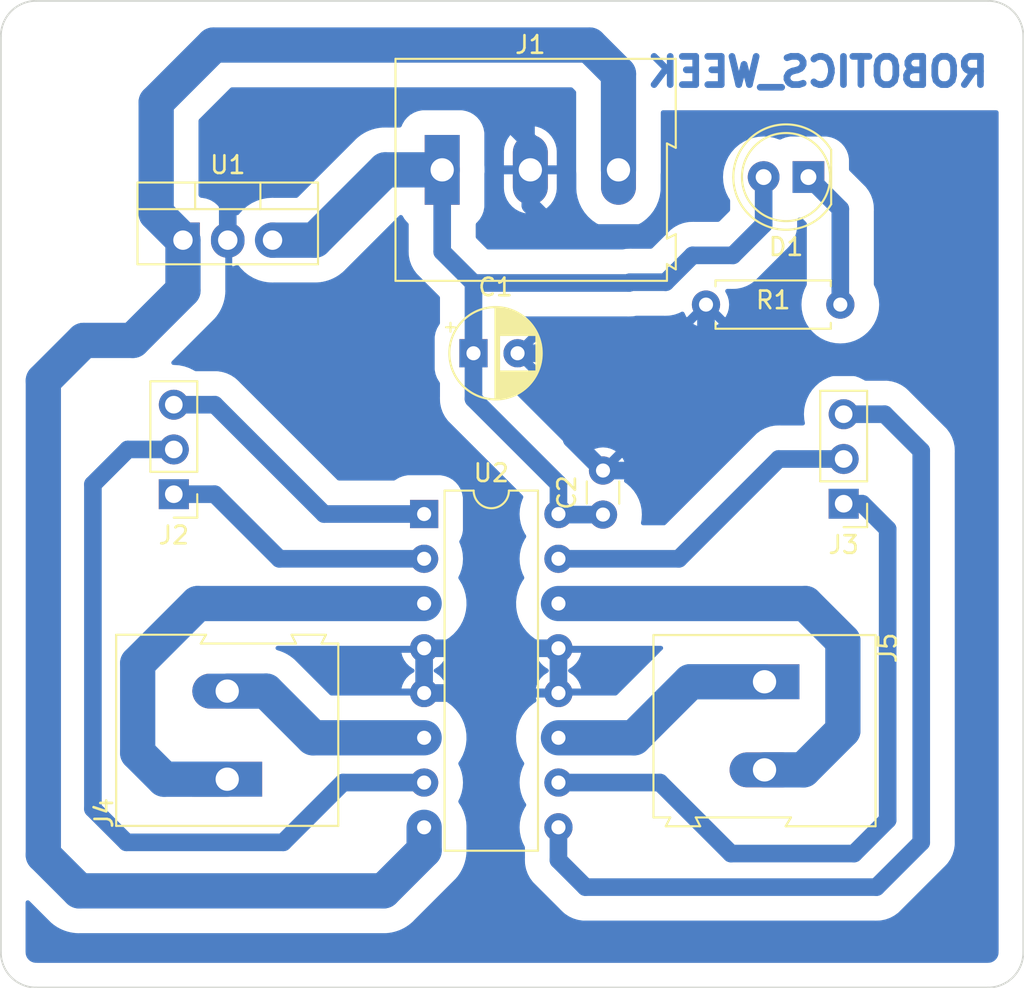
<source format=kicad_pcb>
(kicad_pcb (version 20211014) (generator pcbnew)
  (layers (0 "F.Cu" signal) (31 "B.Cu" signal) (34 "B.Paste" user) (35 "F.Paste" user) (36 "B.SilkS" user "B.Silkscreen") (37 "F.SilkS" user "F.Silkscreen") (38 "B.Mask" user) (39 "F.Mask" user) (44 "Edge.Cuts" user))
  (net 0 "")
  (net 1 "+5V")
  (net 2 "GND")
  (net 3 "Net-(D1-Pad1)")
  (net 4 "+12V")
  (net 5 "Net-(J2-Pad1)")
  (net 6 "Net-(J2-Pad2)")
  (net 7 "Net-(J2-Pad3)")
  (net 8 "Net-(J3-Pad1)")
  (net 9 "Net-(J3-Pad2)")
  (net 10 "Net-(J3-Pad3)")
  (net 11 "Net-(J4-Pad1)")
  (net 12 "Net-(J4-Pad2)")
  (net 13 "Net-(J5-Pad1)")
  (net 14 "Net-(J5-Pad2)")
  (footprint "Capacitor_THT:C_Disc_D3.0mm_W1.6mm_P2.50mm" (layer "F.Cu") (at 134.348 93.156 90)
    (fp_text reference "C2" (at 1.25 -2.05 90) (layer "F.SilkS"))
    (fp_text value "0.1uf")
    (fp_line (start 0.621 -0.92) (end 1.879 -0.92) (layer "F.SilkS") (width 0.12))
    (fp_line (start 0.621 0.92) (end 1.879 0.92) (layer "F.SilkS") (width 0.12))
    (pad "1" thru_hole circle (at 0 0 90) (size 1.6 1.6) (drill 0.8) (layers *.Cu *.Mask) (net 1 "+5V"))
    (pad "2" thru_hole circle (at 2.5 0 90) (size 1.6 1.6) (drill 0.8) (layers *.Cu *.Mask) (net 2 "GND"))
  )
  (footprint "Resistor_THT:R_Axial_DIN0207_L6.3mm_D2.5mm_P7.62mm_Horizontal" (layer "F.Cu") (at 140.19 81.238)
    (fp_text reference "R1" (at 3.81 -0.254) (layer "F.SilkS"))
    (fp_text value "220")
    (fp_line (start 7.08 -1.37) (end 7.08 -1.04) (layer "F.SilkS") (width 0.12))
    (fp_line (start 0.54 1.37) (end 7.08 1.37) (layer "F.SilkS") (width 0.12))
    (fp_line (start 0.54 -1.37) (end 7.08 -1.37) (layer "F.SilkS") (width 0.12))
    (fp_line (start 0.54 1.04) (end 0.54 1.37) (layer "F.SilkS") (width 0.12))
    (fp_line (start 7.08 1.37) (end 7.08 1.04) (layer "F.SilkS") (width 0.12))
    (fp_line (start 0.54 -1.04) (end 0.54 -1.37) (layer "F.SilkS") (width 0.12))
    (pad "1" thru_hole circle (at 0 0) (size 1.6 1.6) (drill 0.8) (layers *.Cu *.Mask) (net 2 "GND"))
    (pad "2" thru_hole oval (at 7.62 0) (size 1.6 1.6) (drill 0.8) (layers *.Cu *.Mask) (net 3 "Net-(D1-Pad1)"))
  )
  (footprint "TerminalBlock:TerminalBlock_Altech_AK300-2_P5.00mm" (layer "F.Cu") (at 143.51 102.645 -90)
    (fp_text reference "J5" (at -1.92 -6.99 90) (layer "F.SilkS"))
    (fp_text value "Conn_01x02_Female")
    (fp_line (start 7.7 5.35) (end 8.2 5.6) (layer "F.SilkS") (width 0.12))
    (fp_line (start 8.2 3.65) (end 7.7 3.9) (layer "F.SilkS") (width 0.12))
    (fp_line (start 8.2 -1.2) (end 8.2 -6.3) (layer "F.SilkS") (width 0.12))
    (fp_line (start 7.7 -1.5) (end 8.2 -1.2) (layer "F.SilkS") (width 0.12))
    (fp_line (start 8.2 -6.3) (end -2.65 -6.3) (layer "F.SilkS") (width 0.12))
    (fp_line (start 7.7 6.3) (end 7.7 5.35) (layer "F.SilkS") (width 0.12))
    (fp_line (start -2.65 6.3) (end 7.7 6.3) (layer "F.SilkS") (width 0.12))
    (fp_line (start 7.7 3.9) (end 7.7 -1.5) (layer "F.SilkS") (width 0.12))
    (fp_line (start 8.2 5.6) (end 8.2 3.7) (layer "F.SilkS") (width 0.12))
    (fp_line (start 8.2 3.7) (end 8.2 3.65) (layer "F.SilkS") (width 0.12))
    (fp_line (start -2.65 -6.3) (end -2.65 6.3) (layer "F.SilkS") (width 0.12))
    (pad "1" thru_hole rect (at 0 0 270) (size 1.98 3.96) (drill 1.32) (layers *.Cu *.Mask) (net 13 "Net-(J5-Pad1)"))
    (pad "2" thru_hole oval (at 5 0 270) (size 1.98 3.96) (drill 1.32) (layers *.Cu *.Mask) (net 14 "Net-(J5-Pad2)"))
  )
  (footprint "Connector_PinHeader_2.54mm:PinHeader_1x03_P2.54mm_Vertical" (layer "F.Cu") (at 110 92 180)
    (fp_text reference "J2" (at 0 -2.33) (layer "F.SilkS"))
    (fp_text value "Conn_01x03_Male")
    (fp_line (start -1.33 1.27) (end 1.33 1.27) (layer "F.SilkS") (width 0.12))
    (fp_line (start -1.33 0) (end -1.33 -1.33) (layer "F.SilkS") (width 0.12))
    (fp_line (start -1.33 -1.33) (end 0 -1.33) (layer "F.SilkS") (width 0.12))
    (fp_line (start 1.33 1.27) (end 1.33 6.41) (layer "F.SilkS") (width 0.12))
    (fp_line (start -1.33 6.41) (end 1.33 6.41) (layer "F.SilkS") (width 0.12))
    (fp_line (start -1.33 1.27) (end -1.33 6.41) (layer "F.SilkS") (width 0.12))
    (pad "1" thru_hole rect (at 0 0 180) (size 1.7 1.7) (drill 1) (layers *.Cu *.Mask) (net 5 "Net-(J2-Pad1)"))
    (pad "2" thru_hole oval (at 0 2.54 180) (size 1.7 1.7) (drill 1) (layers *.Cu *.Mask) (net 6 "Net-(J2-Pad2)"))
    (pad "3" thru_hole oval (at 0 5.08 180) (size 1.7 1.7) (drill 1) (layers *.Cu *.Mask) (net 7 "Net-(J2-Pad3)"))
  )
  (footprint "TerminalBlock:TerminalBlock_Altech_AK300-3_P5.00mm" (layer "F.Cu") (at 125.225 73.59)
    (fp_text reference "J1" (at 5 -7.1) (layer "F.SilkS"))
    (fp_text value "Conn_01x03_Female")
    (fp_line (start 13.25 -6.3) (end -2.65 -6.3) (layer "F.SilkS") (width 0.12))
    (fp_line (start 13.25 -1.25) (end 13.25 -6.3) (layer "F.SilkS") (width 0.12))
    (fp_line (start 13.25 3.65) (end 12.75 3.9) (layer "F.SilkS") (width 0.12))
    (fp_line (start 12.75 6.3) (end 12.75 5.35) (layer "F.SilkS") (width 0.12))
    (fp_line (start 12.75 5.35) (end 13.25 5.65) (layer "F.SilkS") (width 0.12))
    (fp_line (start 13.25 5.65) (end 13.25 3.65) (layer "F.SilkS") (width 0.12))
    (fp_line (start -2.65 6.3) (end 12.75 6.3) (layer "F.SilkS") (width 0.12))
    (fp_line (start -2.65 -6.3) (end -2.65 6.3) (layer "F.SilkS") (width 0.12))
    (fp_line (start 12.75 -1.5) (end 13.25 -1.25) (layer "F.SilkS") (width 0.12))
    (fp_line (start 12.75 3.9) (end 12.75 -1.5) (layer "F.SilkS") (width 0.12))
    (pad "1" thru_hole rect (at 0 0) (size 1.98 3.96) (drill 1.32) (layers *.Cu *.Mask) (net 1 "+5V"))
    (pad "2" thru_hole oval (at 5 0) (size 1.98 3.96) (drill 1.32) (layers *.Cu *.Mask) (net 2 "GND"))
    (pad "3" thru_hole oval (at 10 0) (size 1.98 3.96) (drill 1.32) (layers *.Cu *.Mask) (net 4 "+12V"))
  )
  (footprint "Package_DIP:DIP-16_W7.62mm" (layer "F.Cu") (at 124.2 93.125)
    (fp_text reference "U2" (at 3.81 -2.33) (layer "F.SilkS"))
    (fp_text value "L293D")
    (fp_line (start 1.16 -1.33) (end 1.16 19.11) (layer "F.SilkS") (width 0.12))
    (fp_line (start 2.81 -1.33) (end 1.16 -1.33) (layer "F.SilkS") (width 0.12))
    (fp_line (start 1.16 19.11) (end 6.46 19.11) (layer "F.SilkS") (width 0.12))
    (fp_line (start 6.46 -1.33) (end 4.81 -1.33) (layer "F.SilkS") (width 0.12))
    (fp_line (start 6.46 19.11) (end 6.46 -1.33) (layer "F.SilkS") (width 0.12))
    (fp_arc (start 4.81 -1.33) (mid 3.81 -0.33) (end 2.81 -1.33) (layer "F.SilkS") (width 0.12))
    (pad "1" thru_hole rect (at 0 0) (size 1.6 1.6) (drill 0.8) (layers *.Cu *.Mask) (net 7 "Net-(J2-Pad3)"))
    (pad "2" thru_hole oval (at 0 2.54) (size 1.6 1.6) (drill 0.8) (layers *.Cu *.Mask) (net 5 "Net-(J2-Pad1)"))
    (pad "3" thru_hole oval (at 0 5.08) (size 1.6 1.6) (drill 0.8) (layers *.Cu *.Mask) (net 11 "Net-(J4-Pad1)"))
    (pad "4" thru_hole oval (at 0 7.62) (size 1.6 1.6) (drill 0.8) (layers *.Cu *.Mask) (net 2 "GND"))
    (pad "5" thru_hole oval (at 0 10.16) (size 1.6 1.6) (drill 0.8) (layers *.Cu *.Mask) (net 2 "GND"))
    (pad "6" thru_hole oval (at 0 12.7) (size 1.6 1.6) (drill 0.8) (layers *.Cu *.Mask) (net 12 "Net-(J4-Pad2)"))
    (pad "7" thru_hole oval (at 0 15.24) (size 1.6 1.6) (drill 0.8) (layers *.Cu *.Mask) (net 6 "Net-(J2-Pad2)"))
    (pad "8" thru_hole oval (at 0 17.78) (size 1.6 1.6) (drill 0.8) (layers *.Cu *.Mask) (net 4 "+12V"))
    (pad "9" thru_hole oval (at 7.62 17.78) (size 1.6 1.6) (drill 0.8) (layers *.Cu *.Mask) (net 10 "Net-(J3-Pad3)"))
    (pad "10" thru_hole oval (at 7.62 15.24) (size 1.6 1.6) (drill 0.8) (layers *.Cu *.Mask) (net 8 "Net-(J3-Pad1)"))
    (pad "11" thru_hole oval (at 7.62 12.7) (size 1.6 1.6) (drill 0.8) (layers *.Cu *.Mask) (net 13 "Net-(J5-Pad1)"))
    (pad "12" thru_hole oval (at 7.62 10.16) (size 1.6 1.6) (drill 0.8) (layers *.Cu *.Mask) (net 2 "GND"))
    (pad "13" thru_hole oval (at 7.62 7.62) (size 1.6 1.6) (drill 0.8) (layers *.Cu *.Mask) (net 2 "GND"))
    (pad "14" thru_hole oval (at 7.62 5.08) (size 1.6 1.6) (drill 0.8) (layers *.Cu *.Mask) (net 14 "Net-(J5-Pad2)"))
    (pad "15" thru_hole oval (at 7.62 2.54) (size 1.6 1.6) (drill 0.8) (layers *.Cu *.Mask) (net 9 "Net-(J3-Pad2)"))
    (pad "16" thru_hole oval (at 7.62 0) (size 1.6 1.6) (drill 0.8) (layers *.Cu *.Mask) (net 1 "+5V"))
  )
  (footprint "TerminalBlock:TerminalBlock_Altech_AK300-2_P5.00mm" (layer "F.Cu") (at 113.03 108.175 90)
    (fp_text reference "J4" (at -1.92 -6.99 90) (layer "F.SilkS"))
    (fp_text value "Conn_01x02_Female")
    (fp_line (start 7.7 5.35) (end 8.2 5.6) (layer "F.SilkS") (width 0.12))
    (fp_line (start 8.2 -6.3) (end -2.65 -6.3) (layer "F.SilkS") (width 0.12))
    (fp_line (start 8.2 3.65) (end 7.7 3.9) (layer "F.SilkS") (width 0.12))
    (fp_line (start 8.2 -1.2) (end 8.2 -6.3) (layer "F.SilkS") (width 0.12))
    (fp_line (start 8.2 3.7) (end 8.2 3.65) (layer "F.SilkS") (width 0.12))
    (fp_line (start -2.65 -6.3) (end -2.65 6.3) (layer "F.SilkS") (width 0.12))
    (fp_line (start -2.65 6.3) (end 7.7 6.3) (layer "F.SilkS") (width 0.12))
    (fp_line (start 7.7 3.9) (end 7.7 -1.5) (layer "F.SilkS") (width 0.12))
    (fp_line (start 8.2 5.6) (end 8.2 3.7) (layer "F.SilkS") (width 0.12))
    (fp_line (start 7.7 -1.5) (end 8.2 -1.2) (layer "F.SilkS") (width 0.12))
    (fp_line (start 7.7 6.3) (end 7.7 5.35) (layer "F.SilkS") (width 0.12))
    (pad "1" thru_hole rect (at 0 0 90) (size 1.98 3.96) (drill 1.32) (layers *.Cu *.Mask) (net 11 "Net-(J4-Pad1)"))
    (pad "2" thru_hole oval (at 5 0 90) (size 1.98 3.96) (drill 1.32) (layers *.Cu *.Mask) (net 12 "Net-(J4-Pad2)"))
  )
  (footprint "LED_THT:LED_D5.0mm" (layer "F.Cu") (at 146 74 180)
    (fp_text reference "D1" (at 1.27 -3.96) (layer "F.SilkS"))
    (fp_text value "LED")
    (fp_line (start -1.29 -1.545) (end -1.29 1.545) (layer "F.SilkS") (width 0.12))
    (fp_arc (start 4.26 -0.000462) (mid 2.072002 2.880433) (end -1.29 1.54483) (layer "F.SilkS") (width 0.12))
    (fp_arc (start -1.29 -1.54483) (mid 2.072002 -2.880433) (end 4.26 0.000462) (layer "F.SilkS") (width 0.12))
    (fp_circle (center 1.27 0) (end 3.77 0) (layer "F.SilkS") (width 0.12) (fill none))
    (pad "1" thru_hole rect (at 0 0 180) (size 1.8 1.8) (drill 0.9) (layers *.Cu *.Mask) (net 3 "Net-(D1-Pad1)"))
    (pad "2" thru_hole circle (at 2.54 0 180) (size 1.8 1.8) (drill 0.9) (layers *.Cu *.Mask) (net 1 "+5V"))
  )
  (footprint "Package_TO_SOT_THT:TO-220-3_Vertical" (layer "F.Cu") (at 110.52 77.58)
    (fp_text reference "U1" (at 2.54 -4.27) (layer "F.SilkS"))
    (fp_text value "L7805")
    (fp_line (start -2.58 -1.76) (end 7.66 -1.76) (layer "F.SilkS") (width 0.12))
    (fp_line (start -2.58 -3.27) (end -2.58 1.371) (layer "F.SilkS") (width 0.12))
    (fp_line (start 4.391 -3.27) (end 4.391 -1.76) (layer "F.SilkS") (width 0.12))
    (fp_line (start 7.66 -3.27) (end 7.66 1.371) (layer "F.SilkS") (width 0.12))
    (fp_line (start -2.58 1.371) (end 7.66 1.371) (layer "F.SilkS") (width 0.12))
    (fp_line (start 0.69 -3.27) (end 0.69 -1.76) (layer "F.SilkS") (width 0.12))
    (fp_line (start -2.58 -3.27) (end 7.66 -3.27) (layer "F.SilkS") (width 0.12))
    (pad "1" thru_hole rect (at 0 0) (size 1.905 2) (drill 1.1) (layers *.Cu *.Mask) (net 4 "+12V"))
    (pad "2" thru_hole oval (at 2.54 0) (size 1.905 2) (drill 1.1) (layers *.Cu *.Mask) (net 2 "GND"))
    (pad "3" thru_hole oval (at 5.08 0) (size 1.905 2) (drill 1.1) (layers *.Cu *.Mask) (net 1 "+5V"))
  )
  (footprint "Connector_PinHeader_2.54mm:PinHeader_1x03_P2.54mm_Vertical" (layer "F.Cu") (at 148 92.54 180)
    (fp_text reference "J3" (at 0 -2.33) (layer "F.SilkS"))
    (fp_text value "Conn_01x03_Male")
    (fp_line (start -1.33 -1.33) (end 0 -1.33) (layer "F.SilkS") (width 0.12))
    (fp_line (start -1.33 0) (end -1.33 -1.33) (layer "F.SilkS") (width 0.12))
    (fp_line (start -1.33 1.27) (end 1.33 1.27) (layer "F.SilkS") (width 0.12))
    (fp_line (start -1.33 1.27) (end -1.33 6.41) (layer "F.SilkS") (width 0.12))
    (fp_line (start -1.33 6.41) (end 1.33 6.41) (layer "F.SilkS") (width 0.12))
    (fp_line (start 1.33 1.27) (end 1.33 6.41) (layer "F.SilkS") (width 0.12))
    (pad "1" thru_hole rect (at 0 0 180) (size 1.7 1.7) (drill 1) (layers *.Cu *.Mask) (net 8 "Net-(J3-Pad1)"))
    (pad "2" thru_hole oval (at 0 2.54 180) (size 1.7 1.7) (drill 1) (layers *.Cu *.Mask) (net 9 "Net-(J3-Pad2)"))
    (pad "3" thru_hole oval (at 0 5.08 180) (size 1.7 1.7) (drill 1) (layers *.Cu *.Mask) (net 10 "Net-(J3-Pad3)"))
  )
  (footprint "Capacitor_THT:CP_Radial_D5.0mm_P2.50mm" (layer "F.Cu") (at 127 84)
    (fp_text reference "C1" (at 1.25 -3.75) (layer "F.SilkS"))
    (fp_text value "100uf")
    (fp_line (start 1.41 -2.576) (end 1.41 2.576) (layer "F.SilkS") (width 0.12))
    (fp_line (start 2.371 -2.329) (end 2.371 -1.04) (layer "F.SilkS") (width 0.12))
    (fp_line (start 3.251 1.04) (end 3.251 1.653) (layer "F.SilkS") (width 0.12))
    (fp_line (start 1.33 -2.579) (end 1.33 2.579) (layer "F.SilkS") (width 0.12))
    (fp_line (start 3.571 -1.178) (end 3.571 1.178) (layer "F.SilkS") (width 0.12))
    (fp_line (start 2.531 -2.247) (end 2.531 -1.04) (layer "F.SilkS") (width 0.12))
    (fp_line (start 2.051 1.04) (end 2.051 2.455) (layer "F.SilkS") (width 0.12))
    (fp_line (start 3.331 1.04) (end 3.331 1.554) (layer "F.SilkS") (width 0.12))
    (fp_line (start 2.011 1.04) (end 2.011 2.468) (layer "F.SilkS") (width 0.12))
    (fp_line (start 2.251 -2.382) (end 2.251 -1.04) (layer "F.SilkS") (width 0.12))
    (fp_line (start 2.651 1.04) (end 2.651 2.175) (layer "F.SilkS") (width 0.12))
    (fp_line (start 2.411 -2.31) (end 2.411 -1.04) (layer "F.SilkS") (width 0.12))
    (fp_line (start 3.731 -0.805) (end 3.731 0.805) (layer "F.SilkS") (width 0.12))
    (fp_line (start 1.65 -2.55) (end 1.65 -1.04) (layer "F.SilkS") (width 0.12))
    (fp_line (start 3.811 -0.518) (end 3.811 0.518) (layer "F.SilkS") (width 0.12))
    (fp_line (start 2.971 1.04) (end 2.971 1.937) (layer "F.SilkS") (width 0.12))
    (fp_line (start 3.451 -1.383) (end 3.451 -1.04) (layer "F.SilkS") (width 0.12))
    (fp_line (start -1.304775 -1.725) (end -1.304775 -1.225) (layer "F.SilkS") (width 0.12))
    (fp_line (start 1.971 -2.48) (end 1.971 -1.04) (layer "F.SilkS") (width 0.12))
    (fp_line (start 1.25 -2.58) (end 1.25 2.58) (layer "F.SilkS") (width 0.12))
    (fp_line (start 1.89 -2.501) (end 1.89 -1.04) (layer "F.SilkS") (width 0.12))
    (fp_line (start 3.211 1.04) (end 3.211 1.699) (layer "F.SilkS") (width 0.12))
    (fp_line (start 1.69 1.04) (end 1.69 2.543) (layer "F.SilkS") (width 0.12))
    (fp_line (start 2.891 -2.004) (end 2.891 -1.04) (layer "F.SilkS") (width 0.12))
    (fp_line (start 2.091 1.04) (end 2.091 2.442) (layer "F.SilkS") (width 0.12))
    (fp_line (start 3.091 -1.826) (end 3.091 -1.04) (layer "F.SilkS") (width 0.12))
    (fp_line (start 1.65 1.04) (end 1.65 2.55) (layer "F.SilkS") (width 0.12))
    (fp_line (start 3.691 -0.915) (end 3.691 0.915) (layer "F.SilkS") (width 0.12))
    (fp_line (start -1.554775 -1.475) (end -1.054775 -1.475) (layer "F.SilkS") (width 0.12))
    (fp_line (start 1.971 1.04) (end 1.971 2.48) (layer "F.SilkS") (width 0.12))
    (fp_line (start 2.731 1.04) (end 2.731 2.122) (layer "F.SilkS") (width 0.12))
    (fp_line (start 2.931 -1.971) (end 2.931 -1.04) (layer "F.SilkS") (width 0.12))
    (fp_line (start 1.49 -2.569) (end 1.49 -1.04) (layer "F.SilkS") (width 0.12))
    (fp_line (start 3.011 -1.901) (end 3.011 -1.04) (layer "F.SilkS") (width 0.12))
    (fp_line (start 2.971 -1.937) (end 2.971 -1.04) (layer "F.SilkS") (width 0.12))
    (fp_line (start 3.171 -1.743) (end 3.171 -1.04) (layer "F.SilkS") (width 0.12))
    (fp_line (start 1.85 -2.511) (end 1.85 -1.04) (layer "F.SilkS") (width 0.12))
    (fp_line (start 2.371 1.04) (end 2.371 2.329) (layer "F.SilkS") (width 0.12))
    (fp_line (start 2.651 -2.175) (end 2.651 -1.04) (layer "F.SilkS") (width 0.12))
    (fp_line (start 3.331 -1.554) (end 3.331 -1.04) (layer "F.SilkS") (width 0.12))
    (fp_line (start 2.331 1.04) (end 2.331 2.348) (layer "F.SilkS") (width 0.12))
    (fp_line (start 3.051 1.04) (end 3.051 1.864) (layer "F.SilkS") (width 0.12))
    (fp_line (start 2.531 1.04) (end 2.531 2.247) (layer "F.SilkS") (width 0.12))
    (fp_line (start 1.45 -2.573) (end 1.45 2.573) (layer "F.SilkS") (width 0.12))
    (fp_line (start 1.29 -2.58) (end 1.29 2.58) (layer "F.SilkS") (width 0.12))
    (fp_line (start 2.891 1.04) (end 2.891 2.004) (layer "F.SilkS") (width 0.12))
    (fp_line (start 1.93 -2.491) (end 1.93 -1.04) (layer "F.SilkS") (width 0.12))
    (fp_line (start 3.171 1.04) (end 3.171 1.743) (layer "F.SilkS") (width 0.12))
    (fp_line (start 3.251 -1.653) (end 3.251 -1.04) (layer "F.SilkS") (width 0.12))
    (fp_line (start 2.131 -2.428) (end 2.131 -1.04) (layer "F.SilkS") (width 0.12))
    (fp_line (start 2.811 -2.065) (end 2.811 -1.04) (layer "F.SilkS") (width 0.12))
    (fp_line (start 2.291 -2.365) (end 2.291 -1.04) (layer "F.SilkS") (width 0.12))
    (fp_line (start 1.69 -2.543) (end 1.69 -1.04) (layer "F.SilkS") (width 0.12))
    (fp_line (start 2.291 1.04) (end 2.291 2.365) (layer "F.SilkS") (width 0.12))
    (fp_line (start 2.131 1.04) (end 2.131 2.428) (layer "F.SilkS") (width 0.12))
    (fp_line (start 3.291 1.04) (end 3.291 1.605) (layer "F.SilkS") (width 0.12))
    (fp_line (start 2.571 1.04) (end 2.571 2.224) (layer "F.SilkS") (width 0.12))
    (fp_line (start 3.771 -0.677) (end 3.771 0.677) (layer "F.SilkS") (width 0.12))
    (fp_line (start 2.451 -2.29) (end 2.451 -1.04) (layer "F.SilkS") (width 0.12))
    (fp_line (start 1.37 -2.578) (end 1.37 2.578) (layer "F.SilkS") (width 0.12))
    (fp_line (start 2.491 -2.268) (end 2.491 -1.04) (layer "F.SilkS") (width 0.12))
    (fp_line (start 2.611 -2.2) (end 2.611 -1.04) (layer "F.SilkS") (width 0.12))
    (fp_line (start 2.931 1.04) (end 2.931 1.971) (layer "F.SilkS") (width 0.12))
    (fp_line (start 2.691 -2.149) (end 2.691 -1.04) (layer "F.SilkS") (width 0.12))
    (fp_line (start 2.731 -2.122) (end 2.731 -1.04) (layer "F.SilkS") (width 0.12))
    (fp_line (start 3.131 -1.785) (end 3.131 -1.04) (layer "F.SilkS") (width 0.12))
    (fp_line (start 1.49 1.04) (end 1.49 2.569) (layer "F.SilkS") (width 0.12))
    (fp_line (start 1.85 1.04) (end 1.85 2.511) (layer "F.SilkS") (width 0.12))
    (fp_line (start 2.331 -2.348) (end 2.331 -1.04) (layer "F.SilkS") (width 0.12))
    (fp_line (start 3.531 1.04) (end 3.531 1.251) (layer "F.SilkS") (width 0.12))
    (fp_line (start 1.53 1.04) (end 1.53 2.565) (layer "F.SilkS") (width 0.12))
    (fp_line (start 2.051 -2.455) (end 2.051 -1.04) (layer "F.SilkS") (width 0.12))
    (fp_line (start 3.131 1.04) (end 3.131 1.785) (layer "F.SilkS") (width 0.12))
    (fp_line (start 2.211 1.04) (end 2.211 2.398) (layer "F.SilkS") (width 0.12))
    (fp_line (start 1.61 -2.556) (end 1.61 -1.04) (layer "F.SilkS") (width 0.12))
    (fp_line (start 3.611 -1.098) (end 3.611 1.098) (layer "F.SilkS") (width 0.12))
    (fp_line (start 1.77 -2.528) (end 1.77 -1.04) (layer "F.SilkS") (width 0.12))
    (fp_line (start 2.771 1.04) (end 2.771 2.095) (layer "F.SilkS") (width 0.12))
    (fp_line (start 2.011 -2.468) (end 2.011 -1.04) (layer "F.SilkS") (width 0.12))
    (fp_line (start 3.651 -1.011) (end 3.651 1.011) (layer "F.SilkS") (width 0.12))
    (fp_line (start 3.491 -1.319) (end 3.491 -1.04) (layer "F.SilkS") (width 0.12))
    (fp_line (start 2.851 -2.035) (end 2.851 -1.04) (layer "F.SilkS") (width 0.12))
    (fp_line (start 3.091 1.04) (end 3.091 1.826) (layer "F.SilkS") (width 0.12))
    (fp_line (start 2.811 1.04) (end 2.811 2.065) (layer "F.SilkS") (width 0.12))
    (fp_line (start 3.211 -1.699) (end 3.211 -1.04) (layer "F.SilkS") (width 0.12))
    (fp_line (start 2.691 1.04) (end 2.691 2.149) (layer "F.SilkS") (width 0.12))
    (fp_line (start 1.77 1.04) (end 1.77 2.528) (layer "F.SilkS") (width 0.12))
    (fp_line (start 3.451 1.04) (end 3.451 1.383) (layer "F.SilkS") (width 0.12))
    (fp_line (start 1.57 -2.561) (end 1.57 -1.04) (layer "F.SilkS") (width 0.12))
    (fp_line (start 3.851 -0.284) (end 3.851 0.284) (layer "F.SilkS") (width 0.12))
    (fp_line (start 2.171 1.04) (end 2.171 2.414) (layer "F.SilkS") (width 0.12))
    (fp_line (start 2.451 1.04) (end 2.451 2.29) (layer "F.SilkS") (width 0.12))
    (fp_line (start 2.251 1.04) (end 2.251 2.382) (layer "F.SilkS") (width 0.12))
    (fp_line (start 1.73 1.04) (end 1.73 2.536) (layer "F.SilkS") (width 0.12))
    (fp_line (start 3.371 -1.5) (end 3.371 -1.04) (layer "F.SilkS") (width 0.12))
    (fp_line (start 3.411 1.04) (end 3.411 1.443) (layer "F.SilkS") (width 0.12))
    (fp_line (start 2.851 1.04) (end 2.851 2.035) (layer "F.SilkS") (width 0.12))
    (fp_line (start 3.491 1.04) (end 3.491 1.319) (layer "F.SilkS") (width 0.12))
    (fp_line (start 3.531 -1.251) (end 3.531 -1.04) (layer "F.SilkS") (width 0.12))
    (fp_line (start 2.611 1.04) (end 2.611 2.2) (layer "F.SilkS") (width 0.12))
    (fp_line (start 1.53 -2.565) (end 1.53 -1.04) (layer "F.SilkS") (width 0.12))
    (fp_line (start 3.371 1.04) (end 3.371 1.5) (layer "F.SilkS") (width 0.12))
    (fp_line (start 3.411 -1.443) (end 3.411 -1.04) (layer "F.SilkS") (width 0.12))
    (fp_line (start 3.291 -1.605) (end 3.291 -1.04) (layer "F.SilkS") (width 0.12))
    (fp_line (start 2.171 -2.414) (end 2.171 -1.04) (layer "F.SilkS") (width 0.12))
    (fp_line (start 3.011 1.04) (end 3.011 1.901) (layer "F.SilkS") (width 0.12))
    (fp_line (start 1.57 1.04) (end 1.57 2.561) (layer "F.SilkS") (width 0.12))
    (fp_line (start 2.571 -2.224) (end 2.571 -1.04) (layer "F.SilkS") (width 0.12))
    (fp_line (start 2.411 1.04) (end 2.411 2.31) (layer "F.SilkS") (width 0.12))
    (fp_line (start 1.73 -2.536) (end 1.73 -1.04) (layer "F.SilkS") (width 0.12))
    (fp_line (start 1.93 1.04) (end 1.93 2.491) (layer "F.SilkS") (width 0.12))
    (fp_line (start 2.211 -2.398) (end 2.211 -1.04) (layer "F.SilkS") (width 0.12))
    (fp_line (start 2.091 -2.442) (end 2.091 -1.04) (layer "F.SilkS") (width 0.12))
    (fp_line (start 1.81 1.04) (end 1.81 2.52) (layer "F.SilkS") (width 0.12))
    (fp_line (start 1.61 1.04) (end 1.61 2.556) (layer "F.SilkS") (width 0.12))
    (fp_line (start 2.491 1.04) (end 2.491 2.268) (layer "F.SilkS") (width 0.12))
    (fp_line (start 1.81 -2.52) (end 1.81 -1.04) (layer "F.SilkS") (width 0.12))
    (fp_line (start 1.89 1.04) (end 1.89 2.501) (layer "F.SilkS") (width 0.12))
    (fp_line (start 2.771 -2.095) (end 2.771 -1.04) (layer "F.SilkS") (width 0.12))
    (fp_line (start 3.051 -1.864) (end 3.051 -1.04) (layer "F.SilkS") (width 0.12))
    (fp_circle (center 1.25 0) (end 3.87 0) (layer "F.SilkS") (width 0.12) (fill none))
    (pad "1" thru_hole rect (at 0 0) (size 1.6 1.6) (drill 0.8) (layers *.Cu *.Mask) (net 1 "+5V"))
    (pad "2" thru_hole circle (at 2.5 0) (size 1.6 1.6) (drill 0.8) (layers *.Cu *.Mask) (net 2 "GND"))
  )
  (gr_arc (start 102.19 120) (mid 100.775786 119.414214) (end 100.19 118) (layer "Edge.Cuts") (width 0.1))
  (gr_arc (start 158.19 118) (mid 157.604214 119.414214) (end 156.19 120) (layer "Edge.Cuts") (width 0.1))
  (gr_line (start 156.19 64) (end 102.19 64) (layer "Edge.Cuts") (width 0.1))
  (gr_line (start 100.19 66) (end 100.19 118) (layer "Edge.Cuts") (width 0.1))
  (gr_line (start 102.19 120) (end 156.19 120) (layer "Edge.Cuts") (width 0.1))
  (gr_arc (start 100.19 66) (mid 100.775786 64.585786) (end 102.19 64) (layer "Edge.Cuts") (width 0.1))
  (gr_line (start 158.19 118) (end 158.19 66) (layer "Edge.Cuts") (width 0.1))
  (gr_arc (start 156.19 64) (mid 157.604214 64.585786) (end 158.19 66) (layer "Edge.Cuts") (width 0.1))
  (gr_text "ROBOTICS_WEEK" (at 146.54 68.03) (layer "B.Cu") (effects (font (size 1.6 1.6) (thickness 0.38)) (justify mirror)))
  (segment (start 137.904 79.968) (end 139.428 78.444) (width 1) (layer "B.Cu") (net 1))
  (segment (start 127 84) (end 127 86.59) (width 1) (layer "B.Cu") (net 1))
  (segment (start 143.46 76.698) (end 143.46 74) (width 1) (layer "B.Cu") (net 1))
  (segment (start 125.225 78.235) (end 125.225 73.59) (width 1) (layer "B.Cu") (net 1))
  (segment (start 131.851 93.156) (end 131.82 93.125) (width 1) (layer "B.Cu") (net 1))
  (segment (start 127 84) (end 127 80.01) (width 1) (layer "B.Cu") (net 1))
  (segment (start 135.872 79.968) (end 137.904 79.968) (width 1) (layer "B.Cu") (net 1))
  (segment (start 115.6 77.58) (end 118 77.58) (width 2) (layer "B.Cu") (net 1))
  (segment (start 134.348 93.156) (end 131.851 93.156) (width 1) (layer "B.Cu") (net 1))
  (segment (start 118 77.58) (end 121.99 73.59) (width 2) (layer "B.Cu") (net 1))
  (segment (start 127 80.01) (end 135.83 80.01) (width 1) (layer "B.Cu") (net 1))
  (segment (start 131.82 91.41) (end 131.82 93.125) (width 1) (layer "B.Cu") (net 1))
  (segment (start 127 80.01) (end 125.225 78.235) (width 1) (layer "B.Cu") (net 1))
  (segment (start 127 86.59) (end 131.82 91.41) (width 1) (layer "B.Cu") (net 1))
  (segment (start 141.714 78.444) (end 143.46 76.698) (width 1) (layer "B.Cu") (net 1))
  (segment (start 139.428 78.444) (end 141.714 78.444) (width 1) (layer "B.Cu") (net 1))
  (segment (start 121.99 73.59) (end 125.225 73.59) (width 2) (layer "B.Cu") (net 1))
  (segment (start 135.83 80.01) (end 135.872 79.968) (width 1) (layer "B.Cu") (net 1))
  (segment (start 131.82 100.745) (end 131.82 103.285) (width 1) (layer "B.Cu") (net 2))
  (segment (start 124.2 100.745) (end 124.2 103.285) (width 1) (layer "B.Cu") (net 2))
  (segment (start 132.57 88.878) (end 134.348 90.656) (width 1) (layer "B.Cu") (net 2))
  (segment (start 152.382 84.794) (end 141.714 84.794) (width 1) (layer "B.Cu") (net 2))
  (segment (start 124.2 103.285) (end 126.169 103.285) (width 1) (layer "B.Cu") (net 2))
  (segment (start 140.19 82) (end 140.19 86.318) (width 1) (layer "B.Cu") (net 2))
  (segment (start 141.714 84.794) (end 140.19 86.318) (width 1) (layer "B.Cu") (net 2))
  (segment (start 139.428 72.174) (end 140.778 70.824) (width 1) (layer "B.Cu") (net 2))
  (segment (start 132.57 85.81) (end 132.57 88.878) (width 1) (layer "B.Cu") (net 2))
  (segment (start 127.744 113.496) (end 131.3 117.052) (width 1) (layer "B.Cu") (net 2))
  (segment (start 113.06 74.078) (end 117.584 69.554) (width 1) (layer "B.Cu") (net 2))
  (segment (start 136.888 77.174) (end 139.428 74.634) (width 1) (layer "B.Cu") (net 2))
  (segment (start 152.636 73.618) (end 152.636 85.048) (width 1) (layer "B.Cu") (net 2))
  (segment (start 130.225 75.591) (end 131.808 77.174) (width 1) (layer "B.Cu") (net 2))
  (segment (start 130.76 84) (end 132.57 85.81) (width 1) (layer "B.Cu") (net 2))
  (segment (start 124.2 100.745) (end 131.82 100.745) (width 1) (layer "B.Cu") (net 2))
  (segment (start 131.3 117.052) (end 152.128 117.052) (width 1) (layer "B.Cu") (net 2))
  (segment (start 130.225 73.59) (end 130.225 75.591) (width 1) (layer "B.Cu") (net 2))
  (segment (start 127.744 104.86) (end 127.744 113.496) (width 1) (layer "B.Cu") (net 2))
  (segment (start 152.636 85.048) (end 152.382 84.794) (width 1) (layer "B.Cu") (net 2))
  (segment (start 113.06 77.58) (end 113.06 74.078) (width 1) (layer "B.Cu") (net 2))
  (segment (start 117.584 69.554) (end 127.744 69.554) (width 1) (layer "B.Cu") (net 2))
  (segment (start 139.428 74.634) (end 139.428 72.174) (width 1) (layer "B.Cu") (net 2))
  (segment (start 155.43 113.75) (end 155.43 87.842) (width 1) (layer "B.Cu") (net 2))
  (segment (start 126.169 103.285) (end 127.744 104.86) (width 1) (layer "B.Cu") (net 2))
  (segment (start 136.844 90.656) (end 140.19 87.31) (width 1) (layer "B.Cu") (net 2))
  (segment (start 152.128 117.052) (end 155.43 113.75) (width 1) (layer "B.Cu") (net 2))
  (segment (start 131.808 77.174) (end 136.888 77.174) (width 1) (layer "B.Cu") (net 2))
  (segment (start 127.744 69.554) (end 130.225 72.035) (width 1) (layer "B.Cu") (net 2))
  (segment (start 129.5 84) (end 130.76 84) (width 1) (layer "B.Cu") (net 2))
  (segment (start 140.19 86.318) (end 140.19 87.31) (width 1) (layer "B.Cu") (net 2))
  (segment (start 134.348 90.656) (end 136.844 90.656) (width 1) (layer "B.Cu") (net 2))
  (segment (start 130.225 72.035) (end 130.225 73.59) (width 1) (layer "B.Cu") (net 2))
  (segment (start 155.43 87.842) (end 152.636 85.048) (width 1) (layer "B.Cu") (net 2))
  (segment (start 149.842 70.824) (end 152.636 73.618) (width 1) (layer "B.Cu") (net 2))
  (segment (start 140.778 70.824) (end 149.842 70.824) (width 1) (layer "B.Cu") (net 2))
  (segment (start 147.81 81.238) (end 147.81 75.81) (width 1) (layer "B.Cu") (net 3))
  (segment (start 147.81 75.81) (end 146 74) (width 1) (layer "B.Cu") (net 3))
  (segment (start 109 69.756) (end 112.25 66.506) (width 2) (layer "B.Cu") (net 4))
  (segment (start 102.598 112.48) (end 104.63 114.512) (width 2) (layer "B.Cu") (net 4))
  (segment (start 104.63 114.512) (end 121.902 114.512) (width 2) (layer "B.Cu") (net 4))
  (segment (start 112.25 66.506) (end 133.586 66.506) (width 2) (layer "B.Cu") (net 4))
  (segment (start 121.902 114.512) (end 124.2 112.214) (width 2) (layer "B.Cu") (net 4))
  (segment (start 110.52 80.428) (end 107.678 83.27) (width 2) (layer "B.Cu") (net 4))
  (segment (start 104.884 83.27) (end 102.598 85.556) (width 2) (layer "B.Cu") (net 4))
  (segment (start 102.598 85.556) (end 102.598 112.48) (width 2) (layer "B.Cu") (net 4))
  (segment (start 110.52 77.58) (end 109 76.06) (width 2) (layer "B.Cu") (net 4))
  (segment (start 133.586 66.506) (end 135.225 68.145) (width 2) (layer "B.Cu") (net 4))
  (segment (start 110.52 77.58) (end 110.52 80.428) (width 2) (layer "B.Cu") (net 4))
  (segment (start 107.678 83.27) (end 104.884 83.27) (width 2) (layer "B.Cu") (net 4))
  (segment (start 109 76.06) (end 109 69.756) (width 2) (layer "B.Cu") (net 4))
  (segment (start 124.2 112.214) (end 124.2 110.905) (width 2) (layer "B.Cu") (net 4))
  (segment (start 135.225 68.145) (end 135.225 73.59) (width 2) (layer "B.Cu") (net 4))
  (segment (start 110 92) (end 112.32 92) (width 1) (layer "B.Cu") (net 5))
  (segment (start 115.985 95.665) (end 124.2 95.665) (width 1) (layer "B.Cu") (net 5))
  (segment (start 112.32 92) (end 115.985 95.665) (width 1) (layer "B.Cu") (net 5))
  (segment (start 105.41 109.855) (end 107.315 111.76) (width 1) (layer "B.Cu") (net 6))
  (segment (start 107.39 89.46) (end 105.41 91.44) (width 1) (layer "B.Cu") (net 6))
  (segment (start 107.315 111.76) (end 116.205 111.76) (width 1) (layer "B.Cu") (net 6))
  (segment (start 110 89.46) (end 107.39 89.46) (width 1) (layer "B.Cu") (net 6))
  (segment (start 105.41 91.44) (end 105.41 109.855) (width 1) (layer "B.Cu") (net 6))
  (segment (start 119.6 108.365) (end 124.2 108.365) (width 1) (layer "B.Cu") (net 6))
  (segment (start 116.205 111.76) (end 119.6 108.365) (width 1) (layer "B.Cu") (net 6))
  (segment (start 110 86.92) (end 112.32 86.92) (width 1) (layer "B.Cu") (net 7))
  (segment (start 118.525 93.125) (end 124.2 93.125) (width 1) (layer "B.Cu") (net 7))
  (segment (start 112.32 86.92) (end 118.525 93.125) (width 1) (layer "B.Cu") (net 7))
  (segment (start 150.495 93.98) (end 150.495 110.49) (width 1) (layer "B.Cu") (net 8))
  (segment (start 149.055 92.54) (end 150.495 93.98) (width 1) (layer "B.Cu") (net 8))
  (segment (start 141.605 112.395) (end 137.575 108.365) (width 1) (layer "B.Cu") (net 8))
  (segment (start 150.495 110.49) (end 148.59 112.395) (width 1) (layer "B.Cu") (net 8))
  (segment (start 137.575 108.365) (end 131.82 108.365) (width 1) (layer "B.Cu") (net 8))
  (segment (start 148.59 112.395) (end 141.605 112.395) (width 1) (layer "B.Cu") (net 8))
  (segment (start 148 92.54) (end 149.055 92.54) (width 1) (layer "B.Cu") (net 8))
  (segment (start 131.82 95.665) (end 138.65 95.665) (width 1) (layer "B.Cu") (net 9))
  (segment (start 144.315 90) (end 148 90) (width 1) (layer "B.Cu") (net 9))
  (segment (start 138.65 95.665) (end 144.315 90) (width 1) (layer "B.Cu") (net 9))
  (segment (start 152.4 111.76) (end 149.86 114.3) (width 1) (layer "B.Cu") (net 10))
  (segment (start 149.86 114.3) (end 133.35 114.3) (width 1) (layer "B.Cu") (net 10))
  (segment (start 152.4 89.535) (end 152.4 111.76) (width 1) (layer "B.Cu") (net 10))
  (segment (start 133.35 114.3) (end 131.82 112.77) (width 1) (layer "B.Cu") (net 10))
  (segment (start 131.82 112.77) (end 131.82 110.905) (width 1) (layer "B.Cu") (net 10))
  (segment (start 150.325 87.46) (end 152.4 89.535) (width 1) (layer "B.Cu") (net 10))
  (segment (start 148 87.46) (end 150.325 87.46) (width 1) (layer "B.Cu") (net 10))
  (segment (start 109.445 108.175) (end 107.95 106.68) (width 2) (layer "B.Cu") (net 11))
  (segment (start 107.95 106.68) (end 107.95 101.6) (width 2) (layer "B.Cu") (net 11))
  (segment (start 107.95 101.6) (end 111.345 98.205) (width 2) (layer "B.Cu") (net 11))
  (segment (start 111.345 98.205) (end 124.2 98.205) (width 2) (layer "B.Cu") (net 11))
  (segment (start 113.03 108.175) (end 109.445 108.175) (width 2) (layer "B.Cu") (net 11))
  (segment (start 113.03 103.175) (end 115.24 103.175) (width 2) (layer "B.Cu") (net 12))
  (segment (start 115.24 103.175) (end 117.89 105.825) (width 2) (layer "B.Cu") (net 12))
  (segment (start 117.89 105.825) (end 124.2 105.825) (width 2) (layer "B.Cu") (net 12))
  (segment (start 143.51 102.645) (end 139.29 102.645) (width 2) (layer "B.Cu") (net 13))
  (segment (start 139.29 102.645) (end 136.11 105.825) (width 2) (layer "B.Cu") (net 13))
  (segment (start 136.11 105.825) (end 131.82 105.825) (width 2) (layer "B.Cu") (net 13))
  (segment (start 147.955 100.33) (end 145.83 98.205) (width 2) (layer "B.Cu") (net 14))
  (segment (start 147.955 105.41) (end 147.955 100.33) (width 2) (layer "B.Cu") (net 14))
  (segment (start 145.83 98.205) (end 131.82 98.205) (width 2) (layer "B.Cu") (net 14))
  (segment (start 143.51 107.645) (end 145.72 107.645) (width 2) (layer "B.Cu") (net 14))
  (segment (start 145.72 107.645) (end 147.955 105.41) (width 2) (layer "B.Cu") (net 14))
  (zone (net 2) (net_name "GND") (layer "B.Cu") (connect_pads (clearance 1.4)) (min_thickness 0.254) (fill yes (thermal_gap 0.508) (thermal_bridge_width 0.508))
    (polygon (pts (xy 158.19 120) (xy 100.19 120) (xy 100.19 64) (xy 158.19 64)))
  )
)
</source>
